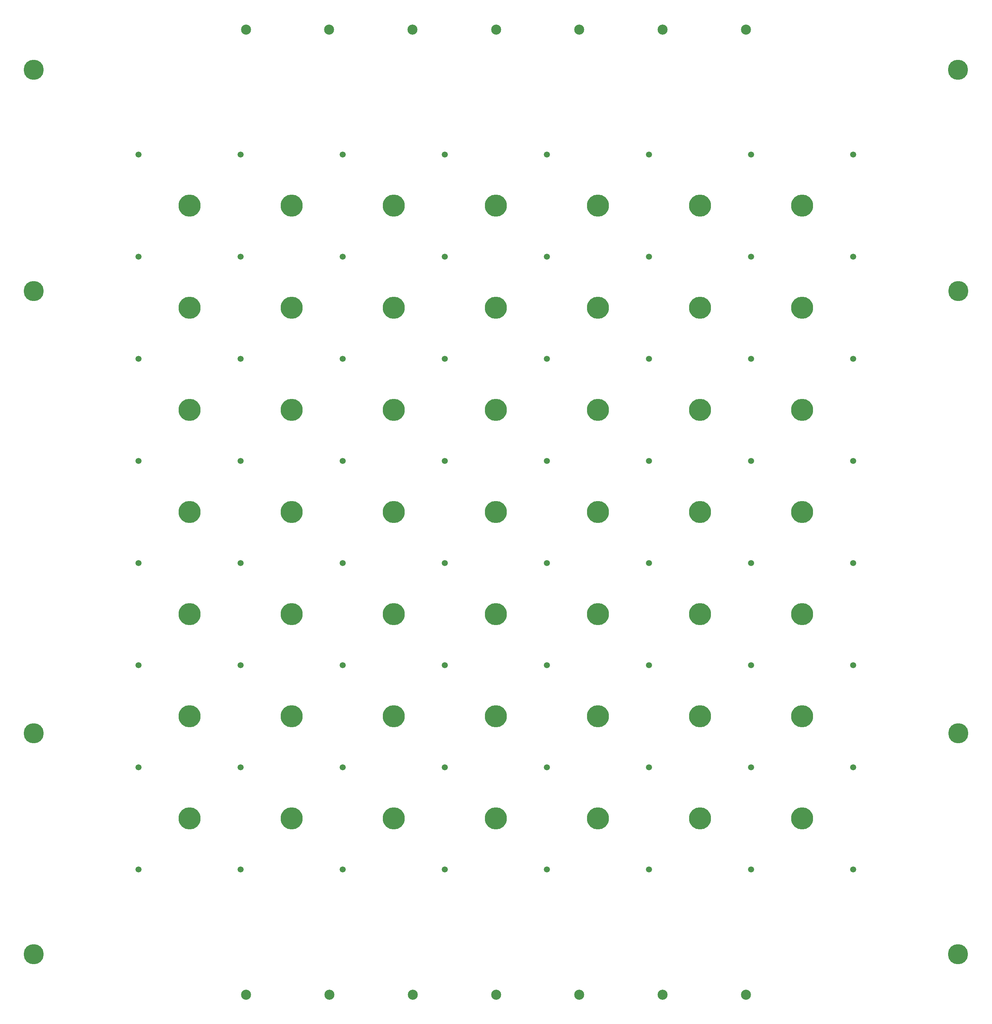
<source format=gbr>
%TF.GenerationSoftware,KiCad,Pcbnew,7.0.2*%
%TF.CreationDate,2023-05-22T19:29:04+02:00*%
%TF.ProjectId,Board1_Pad_PogoPin,426f6172-6431-45f5-9061-645f506f676f,rev?*%
%TF.SameCoordinates,Original*%
%TF.FileFunction,Soldermask,Bot*%
%TF.FilePolarity,Negative*%
%FSLAX46Y46*%
G04 Gerber Fmt 4.6, Leading zero omitted, Abs format (unit mm)*
G04 Created by KiCad (PCBNEW 7.0.2) date 2023-05-22 19:29:04*
%MOMM*%
%LPD*%
G01*
G04 APERTURE LIST*
%ADD10C,5.500000*%
%ADD11C,1.500000*%
%ADD12C,2.500000*%
%ADD13C,5.000000*%
G04 APERTURE END LIST*
D10*
%TO.C,REF\u002A\u002A23*%
X207451479Y-202416100D03*
%TD*%
%TO.C,REF\u002A\u002A45*%
X359851479Y-304016100D03*
%TD*%
%TO.C,REF\u002A\u002A21*%
X258251479Y-202416100D03*
%TD*%
D11*
%TO.C,J27*%
X270951479Y-189716100D03*
%TD*%
%TO.C,J47*%
X321751479Y-291316100D03*
%TD*%
D10*
%TO.C,REF\u002A\u002A34*%
X283651479Y-253216100D03*
%TD*%
%TO.C,REF\u002A\u002A48*%
X283651479Y-304016100D03*
%TD*%
D12*
%TO.C,*%
X325134558Y-107793250D03*
%TD*%
D11*
%TO.C,J10*%
X220151479Y-164316100D03*
%TD*%
%TO.C,J41*%
X321751479Y-138916100D03*
%TD*%
D13*
%TO.C,REF\u002A\u002A2*%
X168651479Y-337816100D03*
%TD*%
D11*
%TO.C,J15*%
X220151479Y-291316100D03*
%TD*%
%TO.C,J4*%
X194751479Y-215116100D03*
%TD*%
%TO.C,J38*%
X296351479Y-265916100D03*
%TD*%
%TO.C,J28*%
X270951479Y-215116100D03*
%TD*%
D12*
%TO.C,*%
X304408158Y-107793250D03*
%TD*%
D10*
%TO.C,REF\u002A\u002A27*%
X283651479Y-227816100D03*
%TD*%
%TO.C,REF\u002A\u002A35*%
X258251479Y-253216100D03*
%TD*%
%TO.C,REF\u002A\u002A19*%
X309051479Y-202416100D03*
%TD*%
D13*
%TO.C,*%
X398692958Y-282850050D03*
%TD*%
D11*
%TO.C,J22*%
X245551479Y-265916100D03*
%TD*%
%TO.C,J45*%
X321751479Y-240516100D03*
%TD*%
D12*
%TO.C,*%
X345860958Y-107793250D03*
%TD*%
D11*
%TO.C,J12*%
X220151479Y-215116100D03*
%TD*%
D10*
%TO.C,REF\u002A\u002A7*%
X258251479Y-151616100D03*
%TD*%
D11*
%TO.C,J25*%
X270951479Y-138916100D03*
%TD*%
D10*
%TO.C,REF\u002A\u002A22*%
X232851479Y-202416100D03*
%TD*%
%TO.C,REF\u002A\u002A49*%
X258251479Y-304016100D03*
%TD*%
D11*
%TO.C,J23*%
X245551479Y-291316100D03*
%TD*%
D12*
%TO.C,*%
X283681758Y-347823250D03*
%TD*%
D10*
%TO.C,REF\u002A\u002A*%
X359851479Y-151616100D03*
%TD*%
D11*
%TO.C,J29*%
X270951479Y-240516100D03*
%TD*%
%TO.C,J57*%
X372551479Y-138916100D03*
%TD*%
D10*
%TO.C,REF\u002A\u002A51*%
X207451479Y-304016100D03*
%TD*%
D11*
%TO.C,J14*%
X220151479Y-265916100D03*
%TD*%
D10*
%TO.C,REF\u002A\u002A17*%
X359851479Y-202416100D03*
%TD*%
D12*
%TO.C,*%
X221502558Y-347823250D03*
%TD*%
D11*
%TO.C,J24*%
X245551479Y-316716100D03*
%TD*%
D10*
%TO.C,REF\u002A\u002A9*%
X207451479Y-151616100D03*
%TD*%
D11*
%TO.C,J50*%
X347151479Y-164316100D03*
%TD*%
D12*
%TO.C,*%
X345860958Y-347823250D03*
%TD*%
D11*
%TO.C,J34*%
X296351479Y-164316100D03*
%TD*%
D10*
%TO.C,REF\u002A\u002A14*%
X258251479Y-177016100D03*
%TD*%
D11*
%TO.C,J17*%
X245551479Y-138916100D03*
%TD*%
D10*
%TO.C,REF\u002A\u002A6*%
X283651479Y-151616100D03*
%TD*%
D11*
%TO.C,J21*%
X245551479Y-240516100D03*
%TD*%
%TO.C,J36*%
X296351479Y-215116100D03*
%TD*%
%TO.C,J7*%
X194751479Y-291316100D03*
%TD*%
D12*
%TO.C,*%
X283681758Y-107793250D03*
%TD*%
D10*
%TO.C,REF\u002A\u002A50*%
X232851479Y-304016100D03*
%TD*%
D11*
%TO.C,J39*%
X296351479Y-291316100D03*
%TD*%
D10*
%TO.C,REF\u002A\u002A16*%
X207451479Y-177016100D03*
%TD*%
%TO.C,REF\u002A\u002A40*%
X309051479Y-278616100D03*
%TD*%
D11*
%TO.C,J6*%
X194751479Y-265916100D03*
%TD*%
%TO.C,J63*%
X372551479Y-291316100D03*
%TD*%
%TO.C,J53*%
X347151479Y-240516100D03*
%TD*%
%TO.C,J13*%
X220151479Y-240516100D03*
%TD*%
%TO.C,J61*%
X372551479Y-240516100D03*
%TD*%
D10*
%TO.C,REF\u002A\u002A28*%
X258251479Y-227816100D03*
%TD*%
%TO.C,REF\u002A\u002A18*%
X334451479Y-202416100D03*
%TD*%
D13*
%TO.C,REF\u002A\u002A*%
X168651479Y-117816100D03*
%TD*%
D11*
%TO.C,J32*%
X270951479Y-316716100D03*
%TD*%
%TO.C,J54*%
X347151479Y-265916100D03*
%TD*%
%TO.C,J11*%
X220151479Y-189716100D03*
%TD*%
%TO.C,J30*%
X270951479Y-265916100D03*
%TD*%
D10*
%TO.C,REF\u002A\u002A37*%
X207451479Y-253216100D03*
%TD*%
%TO.C,REF\u002A\u002A15*%
X232851479Y-177016100D03*
%TD*%
%TO.C,REF\u002A\u002A47*%
X309051479Y-304016100D03*
%TD*%
D13*
%TO.C,REF\u002A\u002A1*%
X398651479Y-117816100D03*
%TD*%
D10*
%TO.C,REF\u002A\u002A36*%
X232851479Y-253216100D03*
%TD*%
D12*
%TO.C,*%
X242178158Y-107793250D03*
%TD*%
D11*
%TO.C,J51*%
X347151479Y-189716100D03*
%TD*%
D10*
%TO.C,REF\u002A\u002A38*%
X359851479Y-278616100D03*
%TD*%
%TO.C,REF\u002A\u002A12*%
X309051479Y-177016100D03*
%TD*%
%TO.C,REF\u002A\u002A43*%
X232851479Y-278616100D03*
%TD*%
D11*
%TO.C,J5*%
X194751479Y-240516100D03*
%TD*%
%TO.C,J60*%
X372551479Y-215116100D03*
%TD*%
D10*
%TO.C,REF\u002A\u002A5*%
X309051479Y-151616100D03*
%TD*%
%TO.C,REF\u002A\u002A30*%
X207451479Y-227816100D03*
%TD*%
%TO.C,REF\u002A\u002A11*%
X334451479Y-177016100D03*
%TD*%
D11*
%TO.C,J1*%
X194751479Y-138916100D03*
%TD*%
%TO.C,J59*%
X372551479Y-189716100D03*
%TD*%
D12*
%TO.C,*%
X304408158Y-347823250D03*
%TD*%
D11*
%TO.C,J56*%
X347151479Y-316716100D03*
%TD*%
D12*
%TO.C,*%
X262904558Y-107793250D03*
%TD*%
D10*
%TO.C,REF\u002A\u002A39*%
X334451479Y-278616100D03*
%TD*%
%TO.C,REF\u002A\u002A32*%
X334451479Y-253216100D03*
%TD*%
D11*
%TO.C,J31*%
X270951479Y-291316100D03*
%TD*%
D10*
%TO.C,REF\u002A\u002A33*%
X309051479Y-253216100D03*
%TD*%
D11*
%TO.C,J52*%
X347151479Y-215116100D03*
%TD*%
%TO.C,J20*%
X245551479Y-215116100D03*
%TD*%
%TO.C,J37*%
X296351479Y-240516100D03*
%TD*%
%TO.C,J40*%
X296351479Y-316716100D03*
%TD*%
D12*
%TO.C,*%
X242228958Y-347823250D03*
%TD*%
D11*
%TO.C,J42*%
X321751479Y-164316100D03*
%TD*%
D10*
%TO.C,REF\u002A\u002A25*%
X334451479Y-227816100D03*
%TD*%
D11*
%TO.C,J33*%
X296351479Y-138916100D03*
%TD*%
%TO.C,J35*%
X296351479Y-189716100D03*
%TD*%
D10*
%TO.C,REF\u002A\u002A29*%
X232851479Y-227816100D03*
%TD*%
D11*
%TO.C,J2*%
X194751479Y-164316100D03*
%TD*%
D10*
%TO.C,REF\u002A\u002A46*%
X334451479Y-304016100D03*
%TD*%
%TO.C,REF\u002A\u002A10*%
X359851479Y-177016100D03*
%TD*%
%TO.C,REF\u002A\u002A41*%
X283651479Y-278616100D03*
%TD*%
D13*
%TO.C,*%
X398692958Y-172868050D03*
%TD*%
D10*
%TO.C,REF\u002A\u002A8*%
X232851479Y-151616100D03*
%TD*%
D11*
%TO.C,J46*%
X321751479Y-265916100D03*
%TD*%
D12*
%TO.C,*%
X221451758Y-107793250D03*
%TD*%
D10*
%TO.C,REF\u002A\u002A20*%
X283651479Y-202416100D03*
%TD*%
%TO.C,REF\u002A\u002A24*%
X359851479Y-227816100D03*
%TD*%
%TO.C,REF\u002A\u002A31*%
X359851479Y-253216100D03*
%TD*%
D11*
%TO.C,J55*%
X347151479Y-291316100D03*
%TD*%
%TO.C,J62*%
X372551479Y-265916100D03*
%TD*%
D12*
%TO.C,*%
X325134558Y-347823250D03*
%TD*%
D11*
%TO.C,J18*%
X245551479Y-164316100D03*
%TD*%
%TO.C,J64*%
X372551479Y-316716100D03*
%TD*%
%TO.C,J19*%
X245551479Y-189716100D03*
%TD*%
D10*
%TO.C,REF\u002A\u002A4*%
X334451479Y-151616100D03*
%TD*%
D11*
%TO.C,J8*%
X194751479Y-316716100D03*
%TD*%
D10*
%TO.C,REF\u002A\u002A26*%
X309051479Y-227816100D03*
%TD*%
D11*
%TO.C,J48*%
X321751479Y-316716100D03*
%TD*%
D10*
%TO.C,REF\u002A\u002A42*%
X258251479Y-278616100D03*
%TD*%
%TO.C,REF\u002A\u002A13*%
X283651479Y-177016100D03*
%TD*%
%TO.C,REF\u002A\u002A44*%
X207451479Y-278616100D03*
%TD*%
D12*
%TO.C,*%
X262955358Y-347823250D03*
%TD*%
D11*
%TO.C,J9*%
X220151479Y-138916100D03*
%TD*%
%TO.C,J43*%
X321751479Y-189716100D03*
%TD*%
%TO.C,J58*%
X372551479Y-164316100D03*
%TD*%
%TO.C,J3*%
X194751479Y-189716100D03*
%TD*%
D13*
%TO.C,*%
X168670558Y-282850050D03*
%TD*%
D11*
%TO.C,J44*%
X321751479Y-215116100D03*
%TD*%
D13*
%TO.C,REF\u002A\u002A3*%
X398651479Y-337816100D03*
%TD*%
D11*
%TO.C,J16*%
X220151479Y-316716100D03*
%TD*%
%TO.C,J49*%
X347151479Y-138916100D03*
%TD*%
D13*
%TO.C,*%
X168670558Y-172817250D03*
%TD*%
D11*
%TO.C,J26*%
X270951479Y-164316100D03*
%TD*%
M02*

</source>
